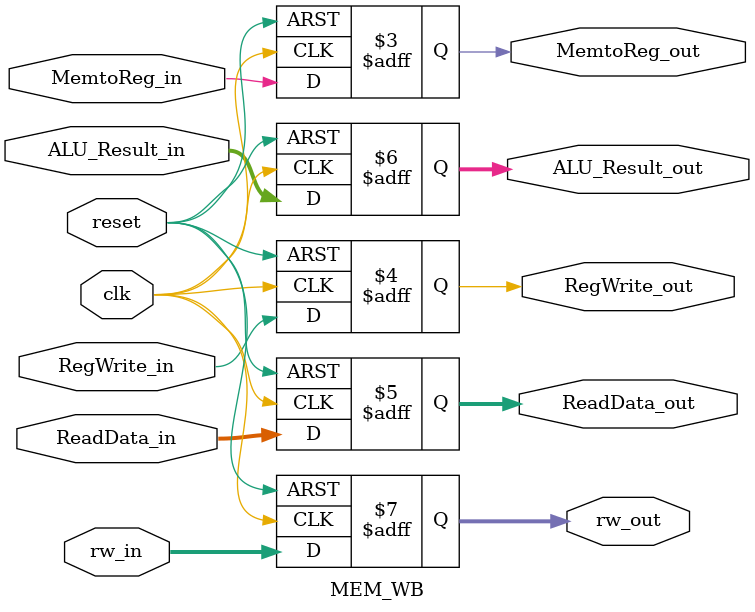
<source format=v>
module MEM_WB(clk, reset, ReadData_in, ALU_Result_in, rw_in, MemtoReg_in, RegWrite_in,
					ReadData_out, ALU_Result_out, rw_out, MemtoReg_out, RegWrite_out);

input clk, reset, MemtoReg_in, RegWrite_in;
input [31:0] ReadData_in, ALU_Result_in;
input [4:0] rw_in;

output reg MemtoReg_out, RegWrite_out;
output reg [31:0] ReadData_out, ALU_Result_out;
output reg [4:0] rw_out;

always @(posedge clk or negedge reset)begin
	if(!reset)begin
		ReadData_out <= 32'd0;
		ALU_Result_out <= 32'd0;
		rw_out <= 5'd0; 
		MemtoReg_out <= 1'b0;
		RegWrite_out <= 1'b0;
	end
	else begin
		ReadData_out <= ReadData_in;
		ALU_Result_out <= ALU_Result_in;
		rw_out <= rw_in; 
		MemtoReg_out <= MemtoReg_in;
		RegWrite_out <= RegWrite_in;
	end
end

endmodule

</source>
